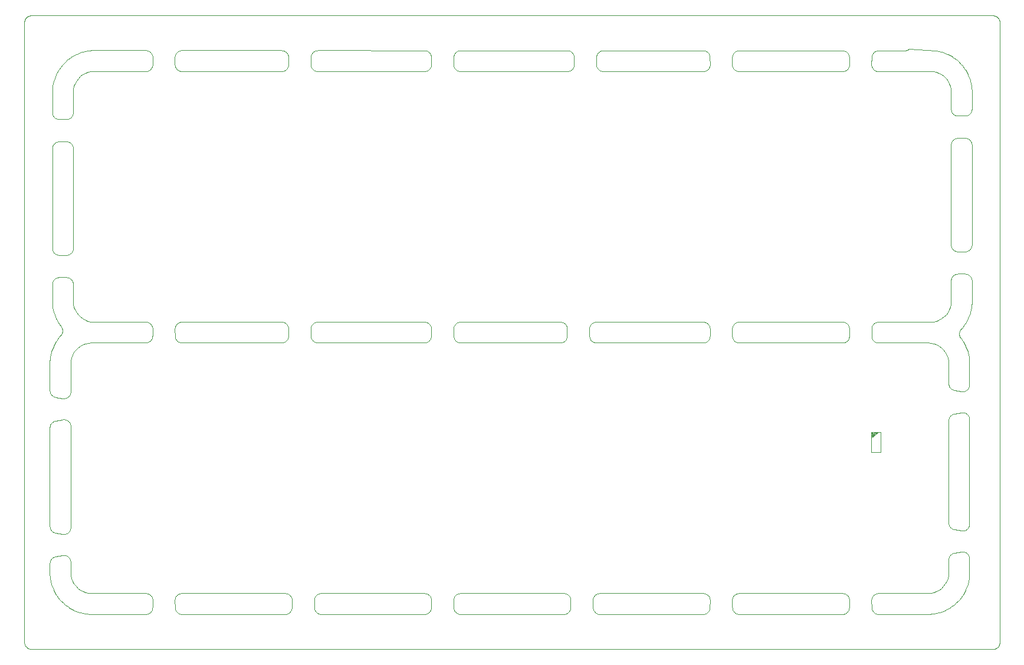
<source format=gko>
%MOIN*%
%OFA0B0*%
%FSLAX44Y44*%
%IPPOS*%
%LPD*%
%ADD10C,0*%
D10*
X00054724Y00000000D02*
X00054724Y00000000D01*
X00054735Y00000000D01*
X00054746Y00000000D01*
X00054758Y00000001D01*
X00054769Y00000002D01*
X00054780Y00000004D01*
X00054791Y00000005D01*
X00054802Y00000007D01*
X00054813Y00000010D01*
X00054824Y00000012D01*
X00054835Y00000015D01*
X00054846Y00000019D01*
X00054856Y00000022D01*
X00054867Y00000026D01*
X00054877Y00000031D01*
X00054887Y00000035D01*
X00054898Y00000040D01*
X00054908Y00000045D01*
X00054917Y00000050D01*
X00054927Y00000056D01*
X00054937Y00000062D01*
X00054946Y00000068D01*
X00054955Y00000075D01*
X00054964Y00000081D01*
X00054973Y00000088D01*
X00054982Y00000096D01*
X00054990Y00000103D01*
X00054998Y00000111D01*
X00055006Y00000119D01*
X00055014Y00000127D01*
X00055021Y00000135D01*
X00055029Y00000144D01*
X00055036Y00000153D01*
X00055042Y00000162D01*
X00055049Y00000171D01*
X00055055Y00000180D01*
X00055061Y00000190D01*
X00055067Y00000200D01*
X00055072Y00000209D01*
X00055077Y00000219D01*
X00055082Y00000230D01*
X00055087Y00000240D01*
X00055091Y00000250D01*
X00055095Y00000261D01*
X00055098Y00000272D01*
X00055102Y00000282D01*
X00055105Y00000293D01*
X00055107Y00000304D01*
X00055110Y00000315D01*
X00055112Y00000326D01*
X00055114Y00000337D01*
X00055115Y00000348D01*
X00055116Y00000360D01*
X00055117Y00000371D01*
X00055117Y00000382D01*
X00055118Y00000393D01*
X00055118Y00035433D01*
X00055117Y00035444D01*
X00055117Y00035455D01*
X00055116Y00035466D01*
X00055115Y00035477D01*
X00055114Y00035489D01*
X00055112Y00035500D01*
X00055110Y00035511D01*
X00055107Y00035522D01*
X00055105Y00035533D01*
X00055102Y00035543D01*
X00055098Y00035554D01*
X00055095Y00035565D01*
X00055091Y00035575D01*
X00055087Y00035586D01*
X00055082Y00035596D01*
X00055077Y00035606D01*
X00055072Y00035616D01*
X00055067Y00035626D01*
X00055061Y00035636D01*
X00055055Y00035645D01*
X00055049Y00035655D01*
X00055042Y00035664D01*
X00055036Y00035673D01*
X00055029Y00035682D01*
X00055021Y00035690D01*
X00055014Y00035699D01*
X00055006Y00035707D01*
X00054998Y00035715D01*
X00054990Y00035723D01*
X00054982Y00035730D01*
X00054973Y00035737D01*
X00054964Y00035744D01*
X00054955Y00035751D01*
X00054946Y00035758D01*
X00054937Y00035764D01*
X00054927Y00035770D01*
X00054917Y00035775D01*
X00054908Y00035781D01*
X00054898Y00035786D01*
X00054887Y00035791D01*
X00054877Y00035795D01*
X00054867Y00035799D01*
X00054856Y00035803D01*
X00054846Y00035807D01*
X00054835Y00035810D01*
X00054824Y00035813D01*
X00054813Y00035816D01*
X00054802Y00035818D01*
X00054791Y00035821D01*
X00054780Y00035822D01*
X00054769Y00035824D01*
X00054758Y00035825D01*
X00054746Y00035826D01*
X00054735Y00035826D01*
X00054724Y00035826D01*
X00000393Y00035826D01*
X00000382Y00035826D01*
X00000371Y00035826D01*
X00000360Y00035825D01*
X00000348Y00035824D01*
X00000337Y00035822D01*
X00000326Y00035821D01*
X00000315Y00035818D01*
X00000304Y00035816D01*
X00000293Y00035813D01*
X00000282Y00035810D01*
X00000272Y00035807D01*
X00000261Y00035803D01*
X00000250Y00035799D01*
X00000240Y00035795D01*
X00000230Y00035791D01*
X00000219Y00035786D01*
X00000209Y00035781D01*
X00000200Y00035775D01*
X00000190Y00035770D01*
X00000180Y00035764D01*
X00000171Y00035758D01*
X00000162Y00035751D01*
X00000153Y00035744D01*
X00000144Y00035737D01*
X00000135Y00035730D01*
X00000127Y00035723D01*
X00000119Y00035715D01*
X00000111Y00035707D01*
X00000103Y00035699D01*
X00000096Y00035690D01*
X00000088Y00035682D01*
X00000081Y00035673D01*
X00000075Y00035664D01*
X00000068Y00035655D01*
X00000062Y00035645D01*
X00000056Y00035636D01*
X00000050Y00035626D01*
X00000045Y00035616D01*
X00000040Y00035606D01*
X00000035Y00035596D01*
X00000031Y00035586D01*
X00000026Y00035575D01*
X00000022Y00035565D01*
X00000019Y00035554D01*
X00000015Y00035543D01*
X00000012Y00035533D01*
X00000010Y00035522D01*
X00000007Y00035511D01*
X00000005Y00035500D01*
X00000004Y00035489D01*
X00000002Y00035477D01*
X00000001Y00035466D01*
X00000000Y00035455D01*
X00000000Y00035444D01*
X00000000Y00035433D01*
X00000000Y00000393D01*
X00000000Y00000382D01*
X00000000Y00000371D01*
X00000001Y00000360D01*
X00000002Y00000348D01*
X00000004Y00000337D01*
X00000005Y00000326D01*
X00000007Y00000315D01*
X00000010Y00000304D01*
X00000012Y00000293D01*
X00000015Y00000282D01*
X00000019Y00000272D01*
X00000022Y00000261D01*
X00000026Y00000250D01*
X00000031Y00000240D01*
X00000035Y00000230D01*
X00000040Y00000219D01*
X00000045Y00000209D01*
X00000050Y00000200D01*
X00000056Y00000190D01*
X00000062Y00000180D01*
X00000068Y00000171D01*
X00000075Y00000162D01*
X00000081Y00000153D01*
X00000088Y00000144D01*
X00000096Y00000135D01*
X00000103Y00000127D01*
X00000111Y00000119D01*
X00000119Y00000111D01*
X00000127Y00000103D01*
X00000135Y00000096D01*
X00000144Y00000088D01*
X00000153Y00000081D01*
X00000162Y00000075D01*
X00000171Y00000068D01*
X00000180Y00000062D01*
X00000190Y00000056D01*
X00000200Y00000050D01*
X00000209Y00000045D01*
X00000219Y00000040D01*
X00000230Y00000035D01*
X00000240Y00000031D01*
X00000250Y00000026D01*
X00000261Y00000022D01*
X00000272Y00000019D01*
X00000282Y00000015D01*
X00000293Y00000012D01*
X00000304Y00000010D01*
X00000315Y00000007D01*
X00000326Y00000005D01*
X00000337Y00000004D01*
X00000348Y00000002D01*
X00000360Y00000001D01*
X00000371Y00000000D01*
X00000382Y00000000D01*
X00000393Y00000000D01*
X00054724Y00000000D01*
X00047982Y00012277D02*
X00047982Y00012277D01*
X00048061Y00012277D01*
X00047962Y00012257D01*
X00047864Y00012159D01*
X00048001Y00012218D01*
X00048061Y00012277D01*
X00048139Y00012277D01*
X00048001Y00012218D01*
X00047864Y00012080D01*
X00048041Y00012179D01*
X00048139Y00012277D01*
X00048218Y00012277D01*
X00048041Y00012179D01*
X00047864Y00012001D01*
X00048126Y00012185D01*
X00048218Y00012277D01*
X00048257Y00012277D01*
X00048126Y00012185D01*
X00047864Y00011923D01*
X00048257Y00012277D01*
X00048375Y00012277D01*
X00048375Y00011127D01*
X00047864Y00011127D01*
X00047864Y00012277D01*
X00047903Y00012277D01*
X00047864Y00012238D01*
X00047962Y00012257D01*
X00047982Y00012277D01*
X00053405Y00012989D02*
X00053405Y00012989D01*
X00053405Y00007088D01*
X00053404Y00007054D01*
X00053399Y00007020D01*
X00053392Y00006987D01*
X00053381Y00006954D01*
X00053368Y00006922D01*
X00053352Y00006892D01*
X00053334Y00006863D01*
X00053313Y00006836D01*
X00053290Y00006810D01*
X00053265Y00006787D01*
X00053238Y00006766D01*
X00053209Y00006748D01*
X00053178Y00006732D01*
X00053147Y00006719D01*
X00053114Y00006708D01*
X00053080Y00006701D01*
X00053047Y00006696D01*
X00053012Y00006695D01*
X00052978Y00006696D01*
X00052944Y00006700D01*
X00052550Y00006769D01*
X00052523Y00006774D01*
X00052497Y00006782D01*
X00052471Y00006791D01*
X00052446Y00006802D01*
X00052421Y00006815D01*
X00052398Y00006830D01*
X00052376Y00006846D01*
X00052355Y00006864D01*
X00052335Y00006883D01*
X00052316Y00006903D01*
X00052299Y00006925D01*
X00052284Y00006948D01*
X00052270Y00006971D01*
X00052258Y00006996D01*
X00052248Y00007022D01*
X00052239Y00007048D01*
X00052233Y00007075D01*
X00052228Y00007102D01*
X00052225Y00007129D01*
X00052224Y00007157D01*
X00052224Y00012921D01*
X00052225Y00012949D01*
X00052228Y00012976D01*
X00052233Y00013003D01*
X00052239Y00013030D01*
X00052248Y00013056D01*
X00052258Y00013082D01*
X00052270Y00013106D01*
X00052284Y00013130D01*
X00052299Y00013153D01*
X00052316Y00013175D01*
X00052335Y00013195D01*
X00052355Y00013214D01*
X00052376Y00013232D01*
X00052398Y00013248D01*
X00052421Y00013262D01*
X00052446Y00013275D01*
X00052471Y00013286D01*
X00052497Y00013296D01*
X00052523Y00013303D01*
X00052550Y00013309D01*
X00052944Y00013377D01*
X00052978Y00013382D01*
X00053012Y00013383D01*
X00053047Y00013382D01*
X00053080Y00013377D01*
X00053114Y00013370D01*
X00053147Y00013359D01*
X00053178Y00013346D01*
X00053209Y00013330D01*
X00053238Y00013312D01*
X00053265Y00013291D01*
X00053290Y00013268D01*
X00053313Y00013242D01*
X00053334Y00013215D01*
X00053352Y00013186D01*
X00053368Y00013156D01*
X00053381Y00013124D01*
X00053392Y00013091D01*
X00053399Y00013058D01*
X00053404Y00013024D01*
X00053405Y00012989D01*
X00051181Y00032667D02*
X00051181Y00032667D01*
X00048261Y00032667D01*
X00048230Y00032669D01*
X00048198Y00032672D01*
X00048168Y00032679D01*
X00048137Y00032687D01*
X00048108Y00032698D01*
X00048080Y00032712D01*
X00048052Y00032727D01*
X00048026Y00032745D01*
X00048002Y00032765D01*
X00047979Y00032787D01*
X00047958Y00032810D01*
X00047939Y00032835D01*
X00047922Y00032861D01*
X00047907Y00032889D01*
X00047894Y00032918D01*
X00047884Y00032948D01*
X00047876Y00032978D01*
X00047871Y00033009D01*
X00047868Y00033040D01*
X00047868Y00033072D01*
X00047878Y00033465D01*
X00047880Y00033496D01*
X00047884Y00033526D01*
X00047891Y00033555D01*
X00047900Y00033584D01*
X00047911Y00033613D01*
X00047924Y00033640D01*
X00047940Y00033666D01*
X00047957Y00033691D01*
X00047976Y00033715D01*
X00047997Y00033737D01*
X00048020Y00033757D01*
X00048044Y00033776D01*
X00048069Y00033792D01*
X00048096Y00033807D01*
X00048123Y00033820D01*
X00048152Y00033830D01*
X00048181Y00033838D01*
X00048211Y00033844D01*
X00048241Y00033847D01*
X00048272Y00033849D01*
X00049741Y00033848D01*
X00049752Y00033848D01*
X00049764Y00033849D01*
X00049775Y00033850D01*
X00049787Y00033851D01*
X00049798Y00033852D01*
X00049810Y00033854D01*
X00049821Y00033857D01*
X00049833Y00033859D01*
X00049844Y00033862D01*
X00049855Y00033865D01*
X00049866Y00033869D01*
X00049877Y00033873D01*
X00049888Y00033877D01*
X00049898Y00033881D01*
X00049909Y00033886D01*
X00049919Y00033891D01*
X00049930Y00033897D01*
X00049940Y00033902D01*
X00049950Y00033908D01*
X00049959Y00033915D01*
X00049969Y00033921D01*
X00049978Y00033928D01*
X00049988Y00033935D01*
X00049996Y00033943D01*
X00049999Y00033945D01*
X00050000Y00033945D01*
X00050000Y00033945D01*
X00050002Y00033945D01*
X00051503Y00033838D01*
X00051531Y00033834D01*
X00051833Y00033768D01*
X00051860Y00033760D01*
X00052150Y00033652D01*
X00052176Y00033640D01*
X00052447Y00033492D01*
X00052471Y00033477D01*
X00052718Y00033292D01*
X00052739Y00033273D01*
X00052958Y00033054D01*
X00052977Y00033033D01*
X00053162Y00032786D01*
X00053177Y00032762D01*
X00053325Y00032490D01*
X00053337Y00032465D01*
X00053445Y00032175D01*
X00053453Y00032148D01*
X00053519Y00031846D01*
X00053523Y00031818D01*
X00053542Y00031545D01*
X00053543Y00031531D01*
X00053543Y00030550D01*
X00053542Y00030519D01*
X00053538Y00030488D01*
X00053532Y00030458D01*
X00053524Y00030428D01*
X00053513Y00030399D01*
X00053500Y00030371D01*
X00053485Y00030344D01*
X00053468Y00030319D01*
X00053448Y00030294D01*
X00053427Y00030272D01*
X00053405Y00030251D01*
X00053381Y00030231D01*
X00053355Y00030214D01*
X00053328Y00030199D01*
X00053300Y00030186D01*
X00053271Y00030175D01*
X00053241Y00030167D01*
X00053211Y00030161D01*
X00053180Y00030157D01*
X00053149Y00030156D01*
X00052755Y00030156D01*
X00052725Y00030157D01*
X00052694Y00030161D01*
X00052663Y00030167D01*
X00052634Y00030175D01*
X00052605Y00030186D01*
X00052577Y00030199D01*
X00052550Y00030214D01*
X00052524Y00030231D01*
X00052500Y00030251D01*
X00052477Y00030272D01*
X00052456Y00030294D01*
X00052437Y00030319D01*
X00052420Y00030344D01*
X00052405Y00030371D01*
X00052392Y00030399D01*
X00052381Y00030428D01*
X00052373Y00030458D01*
X00052367Y00030488D01*
X00052363Y00030519D01*
X00052362Y00030550D01*
X00052362Y00031496D01*
X00052350Y00031664D01*
X00052314Y00031828D01*
X00052255Y00031986D01*
X00052174Y00032134D01*
X00052073Y00032269D01*
X00051954Y00032388D01*
X00051819Y00032489D01*
X00051671Y00032570D01*
X00051513Y00032629D01*
X00051349Y00032665D01*
X00051181Y00032677D01*
X00051181Y00032667D01*
X00051043Y00003158D02*
X00051043Y00003158D01*
X00051211Y00003170D01*
X00051376Y00003206D01*
X00051533Y00003264D01*
X00051681Y00003345D01*
X00051816Y00003446D01*
X00051935Y00003565D01*
X00052036Y00003700D01*
X00052117Y00003848D01*
X00052176Y00004006D01*
X00052212Y00004171D01*
X00052224Y00004339D01*
X00052224Y00005047D01*
X00052225Y00005075D01*
X00052228Y00005102D01*
X00052233Y00005129D01*
X00052239Y00005156D01*
X00052248Y00005182D01*
X00052258Y00005208D01*
X00052270Y00005232D01*
X00052284Y00005256D01*
X00052299Y00005279D01*
X00052316Y00005301D01*
X00052335Y00005321D01*
X00052355Y00005340D01*
X00052376Y00005358D01*
X00052398Y00005374D01*
X00052421Y00005388D01*
X00052446Y00005401D01*
X00052471Y00005412D01*
X00052497Y00005422D01*
X00052523Y00005429D01*
X00052550Y00005435D01*
X00052944Y00005503D01*
X00052978Y00005508D01*
X00053012Y00005509D01*
X00053047Y00005508D01*
X00053080Y00005503D01*
X00053114Y00005496D01*
X00053147Y00005485D01*
X00053178Y00005472D01*
X00053209Y00005456D01*
X00053238Y00005438D01*
X00053265Y00005417D01*
X00053290Y00005394D01*
X00053313Y00005368D01*
X00053334Y00005341D01*
X00053352Y00005312D01*
X00053368Y00005282D01*
X00053381Y00005250D01*
X00053392Y00005217D01*
X00053399Y00005184D01*
X00053404Y00005150D01*
X00053405Y00005115D01*
X00053405Y00004304D01*
X00053405Y00004290D01*
X00053385Y00004016D01*
X00053381Y00003989D01*
X00053315Y00003686D01*
X00053307Y00003659D01*
X00053199Y00003370D01*
X00053188Y00003344D01*
X00053039Y00003072D01*
X00053024Y00003049D01*
X00052839Y00002801D01*
X00052820Y00002780D01*
X00052602Y00002561D01*
X00052580Y00002543D01*
X00052333Y00002358D01*
X00052309Y00002342D01*
X00052038Y00002194D01*
X00052012Y00002182D01*
X00051722Y00002074D01*
X00051695Y00002066D01*
X00051393Y00002001D01*
X00051365Y00001997D01*
X00051092Y00001977D01*
X00051078Y00001977D01*
X00048271Y00001977D01*
X00048241Y00001978D01*
X00048211Y00001981D01*
X00048181Y00001987D01*
X00048152Y00001995D01*
X00048123Y00002006D01*
X00048095Y00002018D01*
X00048069Y00002033D01*
X00048043Y00002050D01*
X00048019Y00002068D01*
X00047997Y00002088D01*
X00047976Y00002111D01*
X00047956Y00002134D01*
X00047939Y00002159D01*
X00047924Y00002185D01*
X00047911Y00002213D01*
X00047900Y00002241D01*
X00047891Y00002270D01*
X00047884Y00002300D01*
X00047880Y00002330D01*
X00047878Y00002360D01*
X00047868Y00002754D01*
X00047868Y00002785D01*
X00047871Y00002817D01*
X00047877Y00002848D01*
X00047885Y00002878D01*
X00047895Y00002908D01*
X00047907Y00002937D01*
X00047922Y00002964D01*
X00047939Y00002991D01*
X00047958Y00003016D01*
X00047980Y00003039D01*
X00048002Y00003060D01*
X00048027Y00003080D01*
X00048053Y00003098D01*
X00048080Y00003113D01*
X00048108Y00003127D01*
X00048138Y00003138D01*
X00048168Y00003147D01*
X00048199Y00003153D01*
X00048230Y00003157D01*
X00048261Y00003158D01*
X00051043Y00003158D01*
X00001437Y00004850D02*
X00001437Y00004850D01*
X00001437Y00004878D01*
X00001440Y00004905D01*
X00001445Y00004932D01*
X00001452Y00004959D01*
X00001460Y00004985D01*
X00001471Y00005011D01*
X00001483Y00005035D01*
X00001497Y00005059D01*
X00001512Y00005082D01*
X00001529Y00005104D01*
X00001547Y00005124D01*
X00001567Y00005143D01*
X00001588Y00005161D01*
X00001611Y00005177D01*
X00001634Y00005192D01*
X00001658Y00005204D01*
X00001684Y00005216D01*
X00001709Y00005225D01*
X00001736Y00005233D01*
X00001763Y00005238D01*
X00002157Y00005306D01*
X00002191Y00005311D01*
X00002225Y00005312D01*
X00002259Y00005311D01*
X00002293Y00005306D01*
X00002327Y00005299D01*
X00002359Y00005288D01*
X00002391Y00005275D01*
X00002421Y00005259D01*
X00002450Y00005241D01*
X00002477Y00005220D01*
X00002503Y00005197D01*
X00002526Y00005171D01*
X00002547Y00005144D01*
X00002565Y00005115D01*
X00002581Y00005085D01*
X00002594Y00005053D01*
X00002604Y00005020D01*
X00002612Y00004987D01*
X00002616Y00004953D01*
X00002618Y00004919D01*
X00002618Y00004339D01*
X00002630Y00004171D01*
X00002665Y00004006D01*
X00002724Y00003848D01*
X00002805Y00003700D01*
X00002906Y00003565D01*
X00003025Y00003446D01*
X00003160Y00003345D01*
X00003308Y00003264D01*
X00003466Y00003206D01*
X00003631Y00003170D01*
X00003799Y00003158D01*
X00006856Y00003158D01*
X00006887Y00003157D01*
X00006918Y00003153D01*
X00006949Y00003147D01*
X00006979Y00003138D01*
X00007009Y00003127D01*
X00007037Y00003113D01*
X00007064Y00003098D01*
X00007090Y00003080D01*
X00007115Y00003060D01*
X00007138Y00003039D01*
X00007159Y00003016D01*
X00007178Y00002991D01*
X00007195Y00002964D01*
X00007210Y00002937D01*
X00007222Y00002908D01*
X00007233Y00002878D01*
X00007240Y00002848D01*
X00007246Y00002817D01*
X00007249Y00002785D01*
X00007249Y00002754D01*
X00007239Y00002360D01*
X00007237Y00002330D01*
X00007233Y00002300D01*
X00007226Y00002270D01*
X00007218Y00002241D01*
X00007206Y00002213D01*
X00007193Y00002185D01*
X00007178Y00002159D01*
X00007161Y00002134D01*
X00007141Y00002111D01*
X00007121Y00002088D01*
X00007098Y00002068D01*
X00007074Y00002050D01*
X00007048Y00002033D01*
X00007022Y00002018D01*
X00006994Y00002006D01*
X00006965Y00001995D01*
X00006936Y00001987D01*
X00006906Y00001981D01*
X00006876Y00001978D01*
X00006846Y00001977D01*
X00003764Y00001977D01*
X00003750Y00001977D01*
X00003476Y00001997D01*
X00003448Y00002001D01*
X00003146Y00002066D01*
X00003119Y00002074D01*
X00002829Y00002182D01*
X00002804Y00002194D01*
X00002532Y00002342D01*
X00002509Y00002358D01*
X00002261Y00002543D01*
X00002240Y00002561D01*
X00002021Y00002780D01*
X00002003Y00002801D01*
X00001817Y00003049D01*
X00001802Y00003072D01*
X00001654Y00003344D01*
X00001642Y00003370D01*
X00001534Y00003659D01*
X00001526Y00003686D01*
X00001461Y00003988D01*
X00001457Y00004016D01*
X00001437Y00004290D01*
X00001437Y00004304D01*
X00001437Y00004850D01*
X00001437Y00012527D02*
X00001437Y00012527D01*
X00001437Y00012555D01*
X00001440Y00012582D01*
X00001445Y00012609D01*
X00001452Y00012636D01*
X00001460Y00012662D01*
X00001471Y00012688D01*
X00001483Y00012713D01*
X00001497Y00012736D01*
X00001512Y00012759D01*
X00001529Y00012781D01*
X00001547Y00012801D01*
X00001567Y00012820D01*
X00001588Y00012838D01*
X00001611Y00012854D01*
X00001634Y00012869D01*
X00001658Y00012882D01*
X00001684Y00012893D01*
X00001709Y00012902D01*
X00001736Y00012910D01*
X00001763Y00012915D01*
X00002157Y00012984D01*
X00002191Y00012988D01*
X00002225Y00012989D01*
X00002259Y00012988D01*
X00002293Y00012983D01*
X00002327Y00012976D01*
X00002359Y00012965D01*
X00002391Y00012952D01*
X00002421Y00012936D01*
X00002450Y00012918D01*
X00002477Y00012897D01*
X00002503Y00012874D01*
X00002526Y00012849D01*
X00002547Y00012821D01*
X00002565Y00012792D01*
X00002581Y00012762D01*
X00002594Y00012730D01*
X00002604Y00012698D01*
X00002612Y00012664D01*
X00002616Y00012630D01*
X00002618Y00012596D01*
X00002618Y00006891D01*
X00002616Y00006857D01*
X00002612Y00006823D01*
X00002604Y00006790D01*
X00002594Y00006757D01*
X00002581Y00006725D01*
X00002565Y00006695D01*
X00002547Y00006666D01*
X00002526Y00006639D01*
X00002503Y00006613D01*
X00002477Y00006590D01*
X00002450Y00006569D01*
X00002421Y00006551D01*
X00002391Y00006535D01*
X00002359Y00006522D01*
X00002327Y00006511D01*
X00002293Y00006504D01*
X00002259Y00006499D01*
X00002225Y00006498D01*
X00002191Y00006499D01*
X00002157Y00006504D01*
X00001763Y00006572D01*
X00001736Y00006578D01*
X00001709Y00006585D01*
X00001684Y00006594D01*
X00001658Y00006606D01*
X00001634Y00006618D01*
X00001611Y00006633D01*
X00001588Y00006649D01*
X00001567Y00006667D01*
X00001547Y00006686D01*
X00001529Y00006706D01*
X00001512Y00006728D01*
X00001497Y00006751D01*
X00001483Y00006775D01*
X00001471Y00006799D01*
X00001460Y00006825D01*
X00001452Y00006851D01*
X00001445Y00006878D01*
X00001440Y00006905D01*
X00001437Y00006932D01*
X00001437Y00006960D01*
X00001437Y00012527D01*
X00014730Y00003158D02*
X00014730Y00003158D01*
X00014761Y00003157D01*
X00014792Y00003153D01*
X00014823Y00003147D01*
X00014853Y00003138D01*
X00014883Y00003127D01*
X00014911Y00003113D01*
X00014938Y00003098D01*
X00014964Y00003080D01*
X00014989Y00003060D01*
X00015012Y00003039D01*
X00015033Y00003016D01*
X00015052Y00002991D01*
X00015069Y00002964D01*
X00015084Y00002937D01*
X00015096Y00002908D01*
X00015107Y00002878D01*
X00015114Y00002848D01*
X00015120Y00002817D01*
X00015123Y00002785D01*
X00015123Y00002754D01*
X00015113Y00002360D01*
X00015111Y00002330D01*
X00015107Y00002300D01*
X00015100Y00002270D01*
X00015092Y00002241D01*
X00015081Y00002213D01*
X00015067Y00002185D01*
X00015052Y00002159D01*
X00015035Y00002134D01*
X00015015Y00002111D01*
X00014995Y00002088D01*
X00014972Y00002068D01*
X00014948Y00002050D01*
X00014922Y00002033D01*
X00014896Y00002018D01*
X00014868Y00002006D01*
X00014839Y00001995D01*
X00014810Y00001987D01*
X00014780Y00001981D01*
X00014750Y00001978D01*
X00014720Y00001977D01*
X00008901Y00001977D01*
X00008871Y00001978D01*
X00008841Y00001981D01*
X00008811Y00001987D01*
X00008782Y00001995D01*
X00008753Y00002006D01*
X00008725Y00002018D01*
X00008699Y00002033D01*
X00008673Y00002050D01*
X00008649Y00002068D01*
X00008626Y00002088D01*
X00008606Y00002111D01*
X00008586Y00002134D01*
X00008569Y00002159D01*
X00008554Y00002185D01*
X00008541Y00002213D01*
X00008529Y00002241D01*
X00008521Y00002270D01*
X00008514Y00002300D01*
X00008510Y00002330D01*
X00008508Y00002360D01*
X00008498Y00002754D01*
X00008498Y00002785D01*
X00008501Y00002817D01*
X00008507Y00002848D01*
X00008515Y00002878D01*
X00008525Y00002908D01*
X00008537Y00002937D01*
X00008552Y00002964D01*
X00008569Y00002991D01*
X00008588Y00003016D01*
X00008609Y00003039D01*
X00008632Y00003060D01*
X00008657Y00003080D01*
X00008683Y00003098D01*
X00008710Y00003113D01*
X00008738Y00003127D01*
X00008768Y00003138D01*
X00008798Y00003147D01*
X00008829Y00003153D01*
X00008860Y00003157D01*
X00008891Y00003158D01*
X00014730Y00003158D01*
X00022604Y00003158D02*
X00022604Y00003158D01*
X00022635Y00003157D01*
X00022666Y00003153D01*
X00022697Y00003147D01*
X00022727Y00003138D01*
X00022757Y00003127D01*
X00022785Y00003113D01*
X00022812Y00003098D01*
X00022838Y00003080D01*
X00022863Y00003060D01*
X00022886Y00003039D01*
X00022907Y00003016D01*
X00022926Y00002991D01*
X00022943Y00002964D01*
X00022958Y00002937D01*
X00022970Y00002908D01*
X00022981Y00002878D01*
X00022988Y00002848D01*
X00022994Y00002817D01*
X00022997Y00002785D01*
X00022997Y00002754D01*
X00022987Y00002360D01*
X00022985Y00002330D01*
X00022981Y00002300D01*
X00022974Y00002270D01*
X00022966Y00002241D01*
X00022955Y00002213D01*
X00022941Y00002185D01*
X00022926Y00002159D01*
X00022909Y00002134D01*
X00022890Y00002111D01*
X00022869Y00002088D01*
X00022846Y00002068D01*
X00022822Y00002050D01*
X00022796Y00002033D01*
X00022770Y00002018D01*
X00022742Y00002006D01*
X00022713Y00001995D01*
X00022684Y00001987D01*
X00022654Y00001981D01*
X00022624Y00001978D01*
X00022594Y00001977D01*
X00016775Y00001977D01*
X00016745Y00001978D01*
X00016715Y00001981D01*
X00016685Y00001987D01*
X00016656Y00001995D01*
X00016627Y00002006D01*
X00016599Y00002018D01*
X00016573Y00002033D01*
X00016547Y00002050D01*
X00016523Y00002068D01*
X00016501Y00002088D01*
X00016480Y00002111D01*
X00016460Y00002134D01*
X00016443Y00002159D01*
X00016428Y00002185D01*
X00016415Y00002213D01*
X00016403Y00002241D01*
X00016395Y00002270D01*
X00016388Y00002300D01*
X00016384Y00002330D01*
X00016382Y00002360D01*
X00016372Y00002754D01*
X00016372Y00002785D01*
X00016375Y00002817D01*
X00016381Y00002848D01*
X00016389Y00002878D01*
X00016399Y00002908D01*
X00016411Y00002937D01*
X00016426Y00002964D01*
X00016443Y00002991D01*
X00016462Y00003016D01*
X00016483Y00003039D01*
X00016506Y00003060D01*
X00016531Y00003080D01*
X00016557Y00003098D01*
X00016584Y00003113D01*
X00016612Y00003127D01*
X00016642Y00003138D01*
X00016672Y00003147D01*
X00016703Y00003153D01*
X00016734Y00003157D01*
X00016765Y00003158D01*
X00022604Y00003158D01*
X00030478Y00003158D02*
X00030478Y00003158D01*
X00030509Y00003157D01*
X00030540Y00003153D01*
X00030571Y00003147D01*
X00030601Y00003138D01*
X00030631Y00003127D01*
X00030659Y00003113D01*
X00030686Y00003098D01*
X00030712Y00003080D01*
X00030737Y00003060D01*
X00030760Y00003039D01*
X00030781Y00003016D01*
X00030800Y00002991D01*
X00030817Y00002964D01*
X00030832Y00002937D01*
X00030844Y00002908D01*
X00030855Y00002878D01*
X00030862Y00002848D01*
X00030868Y00002817D01*
X00030871Y00002785D01*
X00030871Y00002754D01*
X00030861Y00002360D01*
X00030859Y00002330D01*
X00030855Y00002300D01*
X00030848Y00002270D01*
X00030840Y00002241D01*
X00030829Y00002213D01*
X00030815Y00002185D01*
X00030800Y00002159D01*
X00030783Y00002134D01*
X00030764Y00002111D01*
X00030743Y00002088D01*
X00030720Y00002068D01*
X00030696Y00002050D01*
X00030670Y00002033D01*
X00030644Y00002018D01*
X00030616Y00002006D01*
X00030588Y00001995D01*
X00030558Y00001987D01*
X00030528Y00001981D01*
X00030498Y00001978D01*
X00030468Y00001977D01*
X00024649Y00001977D01*
X00024619Y00001978D01*
X00024589Y00001981D01*
X00024559Y00001987D01*
X00024530Y00001995D01*
X00024501Y00002006D01*
X00024473Y00002018D01*
X00024447Y00002033D01*
X00024421Y00002050D01*
X00024397Y00002068D01*
X00024375Y00002088D01*
X00024354Y00002111D01*
X00024334Y00002134D01*
X00024317Y00002159D01*
X00024302Y00002185D01*
X00024289Y00002213D01*
X00024277Y00002241D01*
X00024269Y00002270D01*
X00024262Y00002300D01*
X00024258Y00002330D01*
X00024256Y00002360D01*
X00024246Y00002754D01*
X00024246Y00002785D01*
X00024249Y00002817D01*
X00024255Y00002848D01*
X00024263Y00002878D01*
X00024273Y00002908D01*
X00024285Y00002937D01*
X00024300Y00002964D01*
X00024317Y00002991D01*
X00024336Y00003016D01*
X00024357Y00003039D01*
X00024380Y00003060D01*
X00024405Y00003080D01*
X00024431Y00003098D01*
X00024458Y00003113D01*
X00024486Y00003127D01*
X00024516Y00003138D01*
X00024546Y00003147D01*
X00024577Y00003153D01*
X00024608Y00003157D01*
X00024639Y00003158D01*
X00030478Y00003158D01*
X00038352Y00003158D02*
X00038352Y00003158D01*
X00038383Y00003157D01*
X00038414Y00003153D01*
X00038445Y00003147D01*
X00038475Y00003138D01*
X00038505Y00003127D01*
X00038533Y00003113D01*
X00038560Y00003098D01*
X00038586Y00003080D01*
X00038611Y00003060D01*
X00038634Y00003039D01*
X00038655Y00003016D01*
X00038674Y00002991D01*
X00038691Y00002964D01*
X00038706Y00002937D01*
X00038718Y00002908D01*
X00038729Y00002878D01*
X00038736Y00002848D01*
X00038742Y00002817D01*
X00038745Y00002785D01*
X00038745Y00002754D01*
X00038735Y00002360D01*
X00038733Y00002330D01*
X00038729Y00002300D01*
X00038723Y00002270D01*
X00038714Y00002241D01*
X00038703Y00002213D01*
X00038689Y00002185D01*
X00038674Y00002159D01*
X00038657Y00002134D01*
X00038638Y00002111D01*
X00038617Y00002088D01*
X00038594Y00002068D01*
X00038570Y00002050D01*
X00038544Y00002033D01*
X00038518Y00002018D01*
X00038490Y00002006D01*
X00038462Y00001995D01*
X00038432Y00001987D01*
X00038402Y00001981D01*
X00038372Y00001978D01*
X00038342Y00001977D01*
X00032523Y00001977D01*
X00032493Y00001978D01*
X00032463Y00001981D01*
X00032433Y00001987D01*
X00032404Y00001995D01*
X00032375Y00002006D01*
X00032347Y00002018D01*
X00032321Y00002033D01*
X00032295Y00002050D01*
X00032271Y00002068D01*
X00032249Y00002088D01*
X00032228Y00002111D01*
X00032208Y00002134D01*
X00032191Y00002159D01*
X00032176Y00002185D01*
X00032163Y00002213D01*
X00032151Y00002241D01*
X00032143Y00002270D01*
X00032136Y00002300D01*
X00032132Y00002330D01*
X00032130Y00002360D01*
X00032120Y00002754D01*
X00032120Y00002785D01*
X00032123Y00002817D01*
X00032129Y00002848D01*
X00032137Y00002878D01*
X00032147Y00002908D01*
X00032159Y00002937D01*
X00032174Y00002964D01*
X00032191Y00002991D01*
X00032210Y00003016D01*
X00032231Y00003039D01*
X00032254Y00003060D01*
X00032279Y00003080D01*
X00032305Y00003098D01*
X00032332Y00003113D01*
X00032360Y00003127D01*
X00032390Y00003138D01*
X00032420Y00003147D01*
X00032451Y00003153D01*
X00032482Y00003157D01*
X00032513Y00003158D01*
X00038352Y00003158D01*
X00046226Y00003158D02*
X00046226Y00003158D01*
X00046257Y00003157D01*
X00046288Y00003153D01*
X00046319Y00003147D01*
X00046349Y00003138D01*
X00046379Y00003127D01*
X00046407Y00003113D01*
X00046434Y00003098D01*
X00046460Y00003080D01*
X00046485Y00003060D01*
X00046508Y00003039D01*
X00046529Y00003016D01*
X00046548Y00002991D01*
X00046565Y00002964D01*
X00046580Y00002937D01*
X00046592Y00002908D01*
X00046603Y00002878D01*
X00046610Y00002848D01*
X00046616Y00002817D01*
X00046619Y00002785D01*
X00046619Y00002754D01*
X00046609Y00002360D01*
X00046607Y00002330D01*
X00046603Y00002300D01*
X00046597Y00002270D01*
X00046588Y00002241D01*
X00046577Y00002213D01*
X00046563Y00002185D01*
X00046548Y00002159D01*
X00046531Y00002134D01*
X00046512Y00002111D01*
X00046491Y00002088D01*
X00046468Y00002068D01*
X00046444Y00002050D01*
X00046418Y00002033D01*
X00046392Y00002018D01*
X00046364Y00002006D01*
X00046336Y00001995D01*
X00046306Y00001987D01*
X00046276Y00001981D01*
X00046246Y00001978D01*
X00046216Y00001977D01*
X00040397Y00001977D01*
X00040367Y00001978D01*
X00040337Y00001981D01*
X00040307Y00001987D01*
X00040278Y00001995D01*
X00040249Y00002006D01*
X00040221Y00002018D01*
X00040195Y00002033D01*
X00040169Y00002050D01*
X00040145Y00002068D01*
X00040123Y00002088D01*
X00040102Y00002111D01*
X00040082Y00002134D01*
X00040065Y00002159D01*
X00040050Y00002185D01*
X00040037Y00002213D01*
X00040026Y00002241D01*
X00040017Y00002270D01*
X00040010Y00002300D01*
X00040006Y00002330D01*
X00040004Y00002360D01*
X00039994Y00002754D01*
X00039994Y00002785D01*
X00039997Y00002817D01*
X00040003Y00002848D01*
X00040011Y00002878D01*
X00040021Y00002908D01*
X00040033Y00002937D01*
X00040048Y00002964D01*
X00040065Y00002991D01*
X00040084Y00003016D01*
X00040105Y00003039D01*
X00040128Y00003060D01*
X00040153Y00003080D01*
X00040179Y00003098D01*
X00040206Y00003113D01*
X00040234Y00003127D01*
X00040264Y00003138D01*
X00040294Y00003147D01*
X00040325Y00003153D01*
X00040356Y00003157D01*
X00040387Y00003158D01*
X00046226Y00003158D01*
X00052362Y00020827D02*
X00052362Y00020827D01*
X00052363Y00020858D01*
X00052367Y00020889D01*
X00052373Y00020919D01*
X00052381Y00020949D01*
X00052392Y00020978D01*
X00052405Y00021006D01*
X00052420Y00021033D01*
X00052437Y00021058D01*
X00052456Y00021083D01*
X00052477Y00021105D01*
X00052500Y00021126D01*
X00052524Y00021146D01*
X00052550Y00021163D01*
X00052577Y00021178D01*
X00052605Y00021191D01*
X00052634Y00021201D01*
X00052663Y00021210D01*
X00052694Y00021216D01*
X00052725Y00021220D01*
X00052755Y00021221D01*
X00053149Y00021221D01*
X00053180Y00021220D01*
X00053211Y00021216D01*
X00053241Y00021210D01*
X00053271Y00021201D01*
X00053300Y00021191D01*
X00053328Y00021178D01*
X00053355Y00021163D01*
X00053381Y00021146D01*
X00053405Y00021126D01*
X00053427Y00021105D01*
X00053448Y00021083D01*
X00053468Y00021058D01*
X00053485Y00021033D01*
X00053500Y00021006D01*
X00053513Y00020978D01*
X00053524Y00020949D01*
X00053532Y00020919D01*
X00053538Y00020889D01*
X00053542Y00020858D01*
X00053543Y00020827D01*
X00053543Y00019649D01*
X00053542Y00019635D01*
X00053523Y00019362D01*
X00053519Y00019334D01*
X00053453Y00019032D01*
X00053445Y00019005D01*
X00053337Y00018715D01*
X00053325Y00018690D01*
X00053177Y00018418D01*
X00053162Y00018395D01*
X00052977Y00018147D01*
X00052958Y00018126D01*
X00052944Y00018111D01*
X00052936Y00018103D01*
X00052928Y00018095D01*
X00052921Y00018086D01*
X00052914Y00018077D01*
X00052907Y00018069D01*
X00052900Y00018059D01*
X00052894Y00018050D01*
X00052888Y00018041D01*
X00052882Y00018031D01*
X00052876Y00018021D01*
X00052871Y00018011D01*
X00052866Y00018001D01*
X00052861Y00017991D01*
X00052857Y00017981D01*
X00052853Y00017970D01*
X00052849Y00017960D01*
X00052846Y00017949D01*
X00052843Y00017938D01*
X00052840Y00017927D01*
X00052837Y00017916D01*
X00052835Y00017905D01*
X00052833Y00017894D01*
X00052831Y00017883D01*
X00052830Y00017872D01*
X00052829Y00017861D01*
X00052829Y00017849D01*
X00052828Y00017838D01*
X00052828Y00017827D01*
X00052829Y00017816D01*
X00052829Y00017805D01*
X00052830Y00017793D01*
X00052831Y00017782D01*
X00052833Y00017771D01*
X00052835Y00017760D01*
X00052837Y00017749D01*
X00052840Y00017738D01*
X00052843Y00017727D01*
X00052846Y00017716D01*
X00052849Y00017706D01*
X00052853Y00017695D01*
X00052857Y00017685D01*
X00052861Y00017674D01*
X00052866Y00017664D01*
X00052871Y00017654D01*
X00052876Y00017644D01*
X00052882Y00017634D01*
X00052888Y00017625D01*
X00052894Y00017615D01*
X00052900Y00017606D01*
X00052907Y00017597D01*
X00053024Y00017440D01*
X00053039Y00017416D01*
X00053188Y00017145D01*
X00053199Y00017119D01*
X00053307Y00016829D01*
X00053315Y00016803D01*
X00053381Y00016500D01*
X00053385Y00016472D01*
X00053405Y00016199D01*
X00053405Y00016185D01*
X00053405Y00014962D01*
X00053404Y00014928D01*
X00053399Y00014894D01*
X00053392Y00014861D01*
X00053381Y00014828D01*
X00053368Y00014796D01*
X00053352Y00014766D01*
X00053334Y00014737D01*
X00053313Y00014710D01*
X00053290Y00014684D01*
X00053265Y00014661D01*
X00053238Y00014640D01*
X00053209Y00014622D01*
X00053178Y00014606D01*
X00053147Y00014593D01*
X00053114Y00014582D01*
X00053080Y00014575D01*
X00053047Y00014570D01*
X00053012Y00014569D01*
X00052978Y00014570D01*
X00052944Y00014574D01*
X00052550Y00014643D01*
X00052523Y00014648D01*
X00052497Y00014656D01*
X00052471Y00014665D01*
X00052446Y00014676D01*
X00052421Y00014689D01*
X00052398Y00014704D01*
X00052376Y00014720D01*
X00052355Y00014738D01*
X00052335Y00014757D01*
X00052316Y00014777D01*
X00052299Y00014799D01*
X00052284Y00014822D01*
X00052270Y00014845D01*
X00052258Y00014870D01*
X00052248Y00014896D01*
X00052239Y00014922D01*
X00052233Y00014949D01*
X00052228Y00014976D01*
X00052225Y00015003D01*
X00052224Y00015031D01*
X00052224Y00016150D01*
X00052212Y00016318D01*
X00052176Y00016483D01*
X00052117Y00016641D01*
X00052036Y00016788D01*
X00051935Y00016923D01*
X00051816Y00017043D01*
X00051681Y00017144D01*
X00051533Y00017224D01*
X00051376Y00017283D01*
X00051211Y00017319D01*
X00051043Y00017331D01*
X00051043Y00017321D01*
X00048266Y00017322D01*
X00048235Y00017323D01*
X00048205Y00017327D01*
X00048174Y00017333D01*
X00048144Y00017341D01*
X00048115Y00017352D01*
X00048087Y00017365D01*
X00048060Y00017380D01*
X00048035Y00017397D01*
X00048010Y00017416D01*
X00047988Y00017437D01*
X00047967Y00017460D01*
X00047948Y00017484D01*
X00047930Y00017510D01*
X00047915Y00017537D01*
X00047902Y00017565D01*
X00047892Y00017594D01*
X00047883Y00017624D01*
X00047877Y00017654D01*
X00047874Y00017685D01*
X00047872Y00017716D01*
X00047873Y00018110D01*
X00047874Y00018141D01*
X00047878Y00018172D01*
X00047884Y00018202D01*
X00047892Y00018232D01*
X00047903Y00018261D01*
X00047916Y00018289D01*
X00047931Y00018316D01*
X00047948Y00018341D01*
X00047967Y00018366D01*
X00047988Y00018388D01*
X00048011Y00018409D01*
X00048035Y00018428D01*
X00048061Y00018445D01*
X00048088Y00018461D01*
X00048116Y00018473D01*
X00048145Y00018484D01*
X00048175Y00018493D01*
X00048205Y00018499D01*
X00048236Y00018502D01*
X00048266Y00018503D01*
X00051181Y00018503D01*
X00051349Y00018515D01*
X00051513Y00018551D01*
X00051671Y00018610D01*
X00051819Y00018691D01*
X00051954Y00018792D01*
X00052073Y00018911D01*
X00052174Y00019046D01*
X00052255Y00019194D01*
X00052314Y00019352D01*
X00052350Y00019516D01*
X00052362Y00019685D01*
X00052362Y00020827D01*
X00052362Y00028504D02*
X00052362Y00028504D01*
X00052363Y00028535D01*
X00052367Y00028566D01*
X00052373Y00028596D01*
X00052381Y00028626D01*
X00052392Y00028655D01*
X00052405Y00028683D01*
X00052420Y00028710D01*
X00052437Y00028736D01*
X00052456Y00028760D01*
X00052477Y00028783D01*
X00052500Y00028804D01*
X00052524Y00028823D01*
X00052550Y00028840D01*
X00052577Y00028855D01*
X00052605Y00028868D01*
X00052634Y00028879D01*
X00052663Y00028887D01*
X00052694Y00028893D01*
X00052725Y00028897D01*
X00052755Y00028898D01*
X00053149Y00028898D01*
X00053180Y00028897D01*
X00053211Y00028893D01*
X00053241Y00028887D01*
X00053271Y00028879D01*
X00053300Y00028868D01*
X00053328Y00028855D01*
X00053355Y00028840D01*
X00053381Y00028823D01*
X00053405Y00028804D01*
X00053427Y00028783D01*
X00053448Y00028760D01*
X00053468Y00028736D01*
X00053485Y00028710D01*
X00053500Y00028683D01*
X00053513Y00028655D01*
X00053524Y00028626D01*
X00053532Y00028596D01*
X00053538Y00028566D01*
X00053542Y00028535D01*
X00053543Y00028504D01*
X00053543Y00022873D01*
X00053542Y00022842D01*
X00053538Y00022811D01*
X00053532Y00022781D01*
X00053524Y00022751D01*
X00053513Y00022722D01*
X00053500Y00022694D01*
X00053485Y00022667D01*
X00053468Y00022641D01*
X00053448Y00022617D01*
X00053427Y00022594D01*
X00053405Y00022573D01*
X00053381Y00022554D01*
X00053355Y00022537D01*
X00053328Y00022522D01*
X00053300Y00022509D01*
X00053271Y00022498D01*
X00053241Y00022490D01*
X00053211Y00022484D01*
X00053180Y00022480D01*
X00053149Y00022479D01*
X00052755Y00022479D01*
X00052725Y00022480D01*
X00052694Y00022484D01*
X00052663Y00022490D01*
X00052634Y00022498D01*
X00052605Y00022509D01*
X00052577Y00022522D01*
X00052550Y00022537D01*
X00052524Y00022554D01*
X00052500Y00022573D01*
X00052477Y00022594D01*
X00052456Y00022617D01*
X00052437Y00022641D01*
X00052420Y00022667D01*
X00052405Y00022694D01*
X00052392Y00022722D01*
X00052381Y00022751D01*
X00052373Y00022781D01*
X00052367Y00022811D01*
X00052363Y00022842D01*
X00052362Y00022873D01*
X00052362Y00028504D01*
X00040388Y00032669D02*
X00040388Y00032669D01*
X00040357Y00032670D01*
X00040326Y00032674D01*
X00040295Y00032680D01*
X00040265Y00032689D01*
X00040235Y00032700D01*
X00040207Y00032713D01*
X00040180Y00032729D01*
X00040154Y00032746D01*
X00040129Y00032766D01*
X00040107Y00032787D01*
X00040086Y00032811D01*
X00040067Y00032836D01*
X00040050Y00032862D01*
X00040035Y00032889D01*
X00040022Y00032918D01*
X00040012Y00032948D01*
X00040004Y00032978D01*
X00039998Y00033009D01*
X00039995Y00033040D01*
X00039994Y00033071D01*
X00040003Y00033465D01*
X00040005Y00033496D01*
X00040009Y00033526D01*
X00040016Y00033555D01*
X00040024Y00033585D01*
X00040036Y00033613D01*
X00040049Y00033641D01*
X00040064Y00033667D01*
X00040081Y00033692D01*
X00040100Y00033716D01*
X00040121Y00033738D01*
X00040144Y00033758D01*
X00040168Y00033777D01*
X00040194Y00033794D01*
X00040220Y00033808D01*
X00040248Y00033821D01*
X00040277Y00033831D01*
X00040306Y00033840D01*
X00040336Y00033845D01*
X00040366Y00033849D01*
X00040397Y00033850D01*
X00046216Y00033849D01*
X00046246Y00033848D01*
X00046276Y00033844D01*
X00046306Y00033838D01*
X00046335Y00033830D01*
X00046364Y00033820D01*
X00046392Y00033807D01*
X00046418Y00033793D01*
X00046444Y00033776D01*
X00046468Y00033758D01*
X00046490Y00033737D01*
X00046511Y00033715D01*
X00046530Y00033692D01*
X00046548Y00033667D01*
X00046563Y00033640D01*
X00046576Y00033613D01*
X00046587Y00033585D01*
X00046596Y00033556D01*
X00046603Y00033526D01*
X00046607Y00033496D01*
X00046609Y00033466D01*
X00046620Y00033072D01*
X00046619Y00033040D01*
X00046616Y00033009D01*
X00046611Y00032978D01*
X00046603Y00032948D01*
X00046593Y00032918D01*
X00046580Y00032889D01*
X00046565Y00032862D01*
X00046548Y00032835D01*
X00046529Y00032810D01*
X00046508Y00032787D01*
X00046485Y00032765D01*
X00046461Y00032745D01*
X00046435Y00032728D01*
X00046407Y00032712D01*
X00046379Y00032699D01*
X00046350Y00032688D01*
X00046319Y00032679D01*
X00046288Y00032673D01*
X00046257Y00032669D01*
X00046226Y00032668D01*
X00040388Y00032669D01*
X00032712Y00032671D02*
X00032712Y00032671D01*
X00032681Y00032672D01*
X00032650Y00032676D01*
X00032619Y00032682D01*
X00032589Y00032690D01*
X00032560Y00032701D01*
X00032531Y00032715D01*
X00032504Y00032730D01*
X00032478Y00032747D01*
X00032454Y00032767D01*
X00032431Y00032788D01*
X00032410Y00032812D01*
X00032391Y00032836D01*
X00032374Y00032862D01*
X00032359Y00032890D01*
X00032346Y00032918D01*
X00032336Y00032948D01*
X00032328Y00032978D01*
X00032322Y00033009D01*
X00032319Y00033040D01*
X00032318Y00033071D01*
X00032325Y00033465D01*
X00032327Y00033495D01*
X00032331Y00033526D01*
X00032337Y00033556D01*
X00032346Y00033585D01*
X00032357Y00033613D01*
X00032370Y00033641D01*
X00032385Y00033668D01*
X00032403Y00033693D01*
X00032422Y00033717D01*
X00032443Y00033739D01*
X00032465Y00033759D01*
X00032489Y00033778D01*
X00032515Y00033795D01*
X00032542Y00033810D01*
X00032570Y00033822D01*
X00032598Y00033833D01*
X00032628Y00033841D01*
X00032658Y00033847D01*
X00032688Y00033851D01*
X00032719Y00033852D01*
X00038343Y00033851D01*
X00038373Y00033849D01*
X00038403Y00033846D01*
X00038433Y00033840D01*
X00038463Y00033832D01*
X00038491Y00033821D01*
X00038519Y00033809D01*
X00038546Y00033794D01*
X00038571Y00033777D01*
X00038595Y00033759D01*
X00038618Y00033738D01*
X00038639Y00033716D01*
X00038658Y00033692D01*
X00038675Y00033667D01*
X00038691Y00033641D01*
X00038704Y00033613D01*
X00038715Y00033585D01*
X00038724Y00033556D01*
X00038730Y00033526D01*
X00038734Y00033496D01*
X00038736Y00033465D01*
X00038745Y00033072D01*
X00038744Y00033040D01*
X00038741Y00033009D01*
X00038735Y00032978D01*
X00038727Y00032948D01*
X00038717Y00032918D01*
X00038704Y00032890D01*
X00038689Y00032862D01*
X00038672Y00032836D01*
X00038653Y00032811D01*
X00038632Y00032788D01*
X00038610Y00032766D01*
X00038585Y00032747D01*
X00038559Y00032729D01*
X00038532Y00032714D01*
X00038504Y00032700D01*
X00038474Y00032689D01*
X00038444Y00032681D01*
X00038413Y00032674D01*
X00038382Y00032671D01*
X00038351Y00032669D01*
X00032712Y00032671D01*
X00024642Y00032672D02*
X00024642Y00032672D01*
X00024611Y00032674D01*
X00024580Y00032677D01*
X00024549Y00032683D01*
X00024519Y00032692D01*
X00024490Y00032703D01*
X00024462Y00032716D01*
X00024435Y00032731D01*
X00024409Y00032749D01*
X00024385Y00032768D01*
X00024362Y00032789D01*
X00024341Y00032812D01*
X00024322Y00032837D01*
X00024305Y00032863D01*
X00024290Y00032890D01*
X00024277Y00032919D01*
X00024266Y00032948D01*
X00024258Y00032978D01*
X00024252Y00033009D01*
X00024249Y00033040D01*
X00024248Y00033071D01*
X00024253Y00033465D01*
X00024255Y00033495D01*
X00024259Y00033526D01*
X00024265Y00033556D01*
X00024274Y00033585D01*
X00024284Y00033614D01*
X00024298Y00033642D01*
X00024313Y00033668D01*
X00024330Y00033694D01*
X00024349Y00033717D01*
X00024370Y00033740D01*
X00024393Y00033761D01*
X00024417Y00033779D01*
X00024443Y00033796D01*
X00024469Y00033811D01*
X00024497Y00033824D01*
X00024526Y00033835D01*
X00024556Y00033843D01*
X00024586Y00033849D01*
X00024616Y00033852D01*
X00024647Y00033853D01*
X00030666Y00033852D01*
X00030697Y00033851D01*
X00030727Y00033847D01*
X00030757Y00033842D01*
X00030787Y00033833D01*
X00030815Y00033823D01*
X00030843Y00033810D01*
X00030870Y00033795D01*
X00030896Y00033779D01*
X00030920Y00033760D01*
X00030942Y00033739D01*
X00030963Y00033717D01*
X00030982Y00033693D01*
X00031000Y00033668D01*
X00031015Y00033641D01*
X00031028Y00033614D01*
X00031039Y00033585D01*
X00031048Y00033556D01*
X00031054Y00033526D01*
X00031058Y00033496D01*
X00031060Y00033465D01*
X00031067Y00033071D01*
X00031066Y00033040D01*
X00031063Y00033009D01*
X00031057Y00032978D01*
X00031049Y00032948D01*
X00031038Y00032919D01*
X00031026Y00032890D01*
X00031011Y00032863D01*
X00030994Y00032837D01*
X00030975Y00032812D01*
X00030954Y00032789D01*
X00030931Y00032767D01*
X00030906Y00032748D01*
X00030880Y00032730D01*
X00030853Y00032715D01*
X00030825Y00032702D01*
X00030796Y00032691D01*
X00030766Y00032682D01*
X00030735Y00032676D01*
X00030704Y00032672D01*
X00030673Y00032671D01*
X00024642Y00032672D01*
X00016572Y00032674D02*
X00016572Y00032674D01*
X00016541Y00032675D01*
X00016510Y00032679D01*
X00016480Y00032685D01*
X00016450Y00032694D01*
X00016421Y00032704D01*
X00016393Y00032717D01*
X00016365Y00032733D01*
X00016340Y00032750D01*
X00016315Y00032769D01*
X00016293Y00032790D01*
X00016272Y00032813D01*
X00016253Y00032838D01*
X00016235Y00032864D01*
X00016220Y00032891D01*
X00016208Y00032919D01*
X00016197Y00032948D01*
X00016189Y00032978D01*
X00016183Y00033009D01*
X00016179Y00033040D01*
X00016178Y00033071D01*
X00016181Y00033464D01*
X00016183Y00033495D01*
X00016187Y00033526D01*
X00016193Y00033556D01*
X00016201Y00033585D01*
X00016212Y00033614D01*
X00016225Y00033642D01*
X00016240Y00033669D01*
X00016258Y00033694D01*
X00016277Y00033718D01*
X00016298Y00033741D01*
X00016320Y00033762D01*
X00016345Y00033781D01*
X00016370Y00033798D01*
X00016397Y00033813D01*
X00016425Y00033825D01*
X00016454Y00033836D01*
X00016484Y00033844D01*
X00016514Y00033850D01*
X00016544Y00033854D01*
X00016575Y00033855D01*
X00022596Y00033854D01*
X00022627Y00033853D01*
X00022658Y00033849D01*
X00022688Y00033843D01*
X00022717Y00033835D01*
X00022746Y00033824D01*
X00022774Y00033812D01*
X00022801Y00033797D01*
X00022826Y00033780D01*
X00022850Y00033761D01*
X00022873Y00033740D01*
X00022894Y00033718D01*
X00022913Y00033694D01*
X00022930Y00033668D01*
X00022946Y00033642D01*
X00022959Y00033614D01*
X00022970Y00033585D01*
X00022978Y00033556D01*
X00022985Y00033526D01*
X00022988Y00033495D01*
X00022990Y00033465D01*
X00022995Y00033071D01*
X00022994Y00033040D01*
X00022991Y00033009D01*
X00022985Y00032978D01*
X00022977Y00032948D01*
X00022966Y00032919D01*
X00022953Y00032891D01*
X00022938Y00032863D01*
X00022921Y00032837D01*
X00022902Y00032813D01*
X00022881Y00032790D01*
X00022858Y00032768D01*
X00022834Y00032749D01*
X00022808Y00032732D01*
X00022781Y00032716D01*
X00022753Y00032703D01*
X00022724Y00032692D01*
X00022694Y00032684D01*
X00022663Y00032678D01*
X00022632Y00032674D01*
X00022601Y00032673D01*
X00016572Y00032674D01*
X00008896Y00032676D02*
X00008896Y00032676D01*
X00008865Y00032677D01*
X00008834Y00032681D01*
X00008804Y00032687D01*
X00008774Y00032695D01*
X00008745Y00032706D01*
X00008717Y00032719D01*
X00008690Y00032734D01*
X00008664Y00032751D01*
X00008640Y00032770D01*
X00008617Y00032791D01*
X00008596Y00032814D01*
X00008577Y00032838D01*
X00008560Y00032864D01*
X00008545Y00032891D01*
X00008532Y00032919D01*
X00008521Y00032948D01*
X00008513Y00032978D01*
X00008507Y00033009D01*
X00008503Y00033039D01*
X00008502Y00033070D01*
X00008503Y00033464D01*
X00008504Y00033495D01*
X00008508Y00033526D01*
X00008514Y00033556D01*
X00008523Y00033585D01*
X00008533Y00033614D01*
X00008546Y00033642D01*
X00008562Y00033669D01*
X00008579Y00033695D01*
X00008598Y00033719D01*
X00008619Y00033742D01*
X00008642Y00033763D01*
X00008666Y00033782D01*
X00008692Y00033799D01*
X00008718Y00033814D01*
X00008747Y00033827D01*
X00008775Y00033838D01*
X00008805Y00033846D01*
X00008835Y00033852D01*
X00008866Y00033856D01*
X00008897Y00033857D01*
X00014527Y00033856D01*
X00014557Y00033854D01*
X00014588Y00033851D01*
X00014618Y00033845D01*
X00014648Y00033836D01*
X00014677Y00033826D01*
X00014705Y00033813D01*
X00014731Y00033798D01*
X00014757Y00033781D01*
X00014781Y00033762D01*
X00014804Y00033741D01*
X00014825Y00033719D01*
X00014844Y00033695D01*
X00014861Y00033669D01*
X00014876Y00033642D01*
X00014889Y00033614D01*
X00014900Y00033586D01*
X00014909Y00033556D01*
X00014915Y00033526D01*
X00014919Y00033495D01*
X00014920Y00033465D01*
X00014923Y00033071D01*
X00014922Y00033040D01*
X00014918Y00033009D01*
X00014913Y00032978D01*
X00014904Y00032949D01*
X00014894Y00032919D01*
X00014881Y00032891D01*
X00014866Y00032864D01*
X00014849Y00032838D01*
X00014829Y00032814D01*
X00014808Y00032791D01*
X00014786Y00032770D01*
X00014761Y00032750D01*
X00014736Y00032733D01*
X00014709Y00032718D01*
X00014680Y00032705D01*
X00014651Y00032694D01*
X00014621Y00032685D01*
X00014591Y00032679D01*
X00014560Y00032676D01*
X00014529Y00032674D01*
X00008896Y00032676D01*
X00002755Y00030353D02*
X00002755Y00030353D01*
X00002754Y00030322D01*
X00002751Y00030291D01*
X00002745Y00030261D01*
X00002736Y00030231D01*
X00002725Y00030202D01*
X00002712Y00030174D01*
X00002697Y00030147D01*
X00002680Y00030122D01*
X00002661Y00030097D01*
X00002640Y00030075D01*
X00002617Y00030054D01*
X00002593Y00030035D01*
X00002567Y00030017D01*
X00002540Y00030002D01*
X00002512Y00029989D01*
X00002483Y00029979D01*
X00002454Y00029970D01*
X00002423Y00029964D01*
X00002393Y00029961D01*
X00002362Y00029959D01*
X00001968Y00029959D01*
X00001937Y00029961D01*
X00001906Y00029964D01*
X00001876Y00029970D01*
X00001846Y00029979D01*
X00001817Y00029989D01*
X00001789Y00030002D01*
X00001762Y00030017D01*
X00001737Y00030035D01*
X00001712Y00030054D01*
X00001690Y00030075D01*
X00001669Y00030097D01*
X00001649Y00030122D01*
X00001632Y00030147D01*
X00001617Y00030174D01*
X00001604Y00030202D01*
X00001594Y00030231D01*
X00001585Y00030261D01*
X00001579Y00030291D01*
X00001576Y00030322D01*
X00001574Y00030353D01*
X00001574Y00031531D01*
X00001575Y00031545D01*
X00001594Y00031818D01*
X00001598Y00031846D01*
X00001664Y00032148D01*
X00001672Y00032175D01*
X00001780Y00032465D01*
X00001792Y00032490D01*
X00001940Y00032762D01*
X00001955Y00032786D01*
X00002141Y00033033D01*
X00002159Y00033054D01*
X00002378Y00033273D01*
X00002399Y00033292D01*
X00002647Y00033477D01*
X00002670Y00033492D01*
X00002942Y00033640D01*
X00002967Y00033652D01*
X00003257Y00033760D01*
X00003284Y00033768D01*
X00003586Y00033834D01*
X00003614Y00033838D01*
X00003887Y00033857D01*
X00003902Y00033858D01*
X00006850Y00033857D01*
X00006881Y00033856D01*
X00006912Y00033852D01*
X00006942Y00033846D01*
X00006972Y00033838D01*
X00007001Y00033827D01*
X00007029Y00033814D01*
X00007056Y00033799D01*
X00007081Y00033782D01*
X00007106Y00033763D01*
X00007128Y00033742D01*
X00007149Y00033719D01*
X00007168Y00033695D01*
X00007186Y00033670D01*
X00007201Y00033643D01*
X00007214Y00033615D01*
X00007224Y00033586D01*
X00007233Y00033556D01*
X00007239Y00033526D01*
X00007243Y00033495D01*
X00007244Y00033464D01*
X00007245Y00033071D01*
X00007244Y00033040D01*
X00007240Y00033009D01*
X00007234Y00032979D01*
X00007226Y00032949D01*
X00007215Y00032920D01*
X00007202Y00032892D01*
X00007187Y00032865D01*
X00007170Y00032839D01*
X00007151Y00032814D01*
X00007130Y00032792D01*
X00007107Y00032771D01*
X00007083Y00032751D01*
X00007057Y00032734D01*
X00007030Y00032719D01*
X00007002Y00032706D01*
X00006973Y00032695D01*
X00006943Y00032687D01*
X00006913Y00032681D01*
X00006882Y00032677D01*
X00006851Y00032676D01*
X00003937Y00032677D01*
X00003768Y00032665D01*
X00003604Y00032629D01*
X00003446Y00032570D01*
X00003298Y00032489D01*
X00003163Y00032388D01*
X00003044Y00032269D01*
X00002943Y00032134D01*
X00002862Y00031986D01*
X00002803Y00031828D01*
X00002767Y00031664D01*
X00002755Y00031496D01*
X00002755Y00030353D01*
X00002755Y00022676D02*
X00002755Y00022676D01*
X00002754Y00022645D01*
X00002751Y00022614D01*
X00002745Y00022584D01*
X00002736Y00022554D01*
X00002725Y00022525D01*
X00002712Y00022497D01*
X00002697Y00022470D01*
X00002680Y00022444D01*
X00002661Y00022420D01*
X00002640Y00022398D01*
X00002617Y00022377D01*
X00002593Y00022357D01*
X00002567Y00022340D01*
X00002540Y00022325D01*
X00002512Y00022312D01*
X00002483Y00022301D01*
X00002454Y00022293D01*
X00002423Y00022287D01*
X00002393Y00022283D01*
X00002362Y00022282D01*
X00001968Y00022282D01*
X00001937Y00022283D01*
X00001906Y00022287D01*
X00001876Y00022293D01*
X00001846Y00022301D01*
X00001817Y00022312D01*
X00001789Y00022325D01*
X00001762Y00022340D01*
X00001737Y00022357D01*
X00001712Y00022377D01*
X00001690Y00022398D01*
X00001669Y00022420D01*
X00001649Y00022444D01*
X00001632Y00022470D01*
X00001617Y00022497D01*
X00001604Y00022525D01*
X00001594Y00022554D01*
X00001585Y00022584D01*
X00001579Y00022614D01*
X00001576Y00022645D01*
X00001574Y00022676D01*
X00001574Y00028307D01*
X00001576Y00028338D01*
X00001579Y00028369D01*
X00001585Y00028399D01*
X00001594Y00028429D01*
X00001604Y00028458D01*
X00001617Y00028486D01*
X00001632Y00028513D01*
X00001649Y00028539D01*
X00001669Y00028563D01*
X00001690Y00028586D01*
X00001712Y00028607D01*
X00001737Y00028626D01*
X00001762Y00028643D01*
X00001789Y00028658D01*
X00001817Y00028671D01*
X00001846Y00028682D01*
X00001876Y00028690D01*
X00001906Y00028696D01*
X00001937Y00028700D01*
X00001968Y00028701D01*
X00002362Y00028701D01*
X00002393Y00028700D01*
X00002423Y00028696D01*
X00002454Y00028690D01*
X00002483Y00028682D01*
X00002512Y00028671D01*
X00002540Y00028658D01*
X00002567Y00028643D01*
X00002593Y00028626D01*
X00002617Y00028607D01*
X00002640Y00028586D01*
X00002661Y00028563D01*
X00002680Y00028539D01*
X00002697Y00028513D01*
X00002712Y00028486D01*
X00002725Y00028458D01*
X00002736Y00028429D01*
X00002745Y00028399D01*
X00002751Y00028369D01*
X00002754Y00028338D01*
X00002755Y00028307D01*
X00002755Y00022676D01*
X00040393Y00017323D02*
X00040393Y00017323D01*
X00040362Y00017325D01*
X00040332Y00017328D01*
X00040301Y00017334D01*
X00040272Y00017343D01*
X00040243Y00017353D01*
X00040215Y00017366D01*
X00040188Y00017381D01*
X00040162Y00017398D01*
X00040138Y00017418D01*
X00040115Y00017438D01*
X00040094Y00017461D01*
X00040075Y00017485D01*
X00040058Y00017511D01*
X00040043Y00017538D01*
X00040030Y00017566D01*
X00040019Y00017595D01*
X00040010Y00017625D01*
X00040004Y00017655D01*
X00040001Y00017686D01*
X00039999Y00017716D01*
X00039999Y00018109D01*
X00040000Y00018140D01*
X00040003Y00018171D01*
X00040009Y00018201D01*
X00040018Y00018231D01*
X00040029Y00018260D01*
X00040041Y00018288D01*
X00040057Y00018315D01*
X00040074Y00018341D01*
X00040093Y00018365D01*
X00040114Y00018388D01*
X00040137Y00018409D01*
X00040161Y00018428D01*
X00040187Y00018445D01*
X00040214Y00018460D01*
X00040242Y00018473D01*
X00040271Y00018484D01*
X00040300Y00018493D01*
X00040331Y00018499D01*
X00040362Y00018502D01*
X00040392Y00018503D01*
X00046221Y00018503D01*
X00046252Y00018502D01*
X00046282Y00018499D01*
X00046313Y00018493D01*
X00046342Y00018484D01*
X00046371Y00018473D01*
X00046399Y00018461D01*
X00046426Y00018445D01*
X00046452Y00018428D01*
X00046476Y00018409D01*
X00046499Y00018388D01*
X00046520Y00018366D01*
X00046539Y00018341D01*
X00046556Y00018316D01*
X00046571Y00018289D01*
X00046584Y00018261D01*
X00046595Y00018232D01*
X00046604Y00018202D01*
X00046610Y00018171D01*
X00046613Y00018141D01*
X00046614Y00018110D01*
X00046615Y00017716D01*
X00046613Y00017685D01*
X00046610Y00017654D01*
X00046604Y00017624D01*
X00046595Y00017594D01*
X00046585Y00017565D01*
X00046572Y00017537D01*
X00046557Y00017510D01*
X00046539Y00017485D01*
X00046520Y00017460D01*
X00046499Y00017438D01*
X00046477Y00017417D01*
X00046452Y00017397D01*
X00046427Y00017380D01*
X00046400Y00017365D01*
X00046372Y00017352D01*
X00046343Y00017341D01*
X00046313Y00017333D01*
X00046282Y00017327D01*
X00046252Y00017323D01*
X00046221Y00017322D01*
X00040393Y00017323D01*
X00032323Y00017325D02*
X00032323Y00017325D01*
X00032292Y00017326D01*
X00032262Y00017330D01*
X00032231Y00017336D01*
X00032202Y00017344D01*
X00032173Y00017355D01*
X00032145Y00017368D01*
X00032118Y00017383D01*
X00032092Y00017400D01*
X00032068Y00017419D01*
X00032045Y00017440D01*
X00032024Y00017462D01*
X00032005Y00017487D01*
X00031988Y00017512D01*
X00031973Y00017539D01*
X00031960Y00017567D01*
X00031949Y00017596D01*
X00031941Y00017625D01*
X00031935Y00017656D01*
X00031931Y00017686D01*
X00031930Y00017717D01*
X00031928Y00018108D01*
X00031929Y00018139D01*
X00031932Y00018170D01*
X00031938Y00018200D01*
X00031947Y00018230D01*
X00031957Y00018259D01*
X00031970Y00018287D01*
X00031985Y00018315D01*
X00032002Y00018340D01*
X00032022Y00018365D01*
X00032043Y00018388D01*
X00032065Y00018409D01*
X00032090Y00018428D01*
X00032115Y00018445D01*
X00032142Y00018460D01*
X00032171Y00018473D01*
X00032200Y00018484D01*
X00032229Y00018493D01*
X00032260Y00018499D01*
X00032291Y00018502D01*
X00032322Y00018503D01*
X00038347Y00018503D01*
X00038378Y00018502D01*
X00038408Y00018499D01*
X00038439Y00018493D01*
X00038469Y00018484D01*
X00038498Y00018473D01*
X00038526Y00018460D01*
X00038553Y00018445D01*
X00038578Y00018428D01*
X00038603Y00018409D01*
X00038625Y00018388D01*
X00038646Y00018365D01*
X00038665Y00018341D01*
X00038683Y00018315D01*
X00038698Y00018288D01*
X00038711Y00018260D01*
X00038721Y00018231D01*
X00038730Y00018201D01*
X00038736Y00018171D01*
X00038739Y00018140D01*
X00038740Y00018109D01*
X00038740Y00017717D01*
X00038738Y00017686D01*
X00038735Y00017655D01*
X00038729Y00017625D01*
X00038720Y00017595D01*
X00038709Y00017566D01*
X00038696Y00017538D01*
X00038681Y00017511D01*
X00038664Y00017486D01*
X00038645Y00017461D01*
X00038624Y00017439D01*
X00038601Y00017418D01*
X00038577Y00017399D01*
X00038551Y00017382D01*
X00038524Y00017367D01*
X00038496Y00017354D01*
X00038467Y00017343D01*
X00038438Y00017335D01*
X00038407Y00017329D01*
X00038377Y00017325D01*
X00038346Y00017324D01*
X00032323Y00017325D01*
X00024647Y00017327D02*
X00024647Y00017327D01*
X00024616Y00017328D01*
X00024586Y00017331D01*
X00024555Y00017337D01*
X00024526Y00017346D01*
X00024497Y00017356D01*
X00024469Y00017369D01*
X00024442Y00017384D01*
X00024416Y00017401D01*
X00024392Y00017420D01*
X00024369Y00017441D01*
X00024349Y00017464D01*
X00024329Y00017488D01*
X00024312Y00017513D01*
X00024297Y00017540D01*
X00024284Y00017568D01*
X00024273Y00017597D01*
X00024265Y00017626D01*
X00024258Y00017656D01*
X00024255Y00017687D01*
X00024253Y00017718D01*
X00024251Y00018107D01*
X00024252Y00018138D01*
X00024255Y00018169D01*
X00024261Y00018200D01*
X00024269Y00018229D01*
X00024280Y00018259D01*
X00024293Y00018287D01*
X00024308Y00018314D01*
X00024325Y00018340D01*
X00024344Y00018364D01*
X00024365Y00018387D01*
X00024388Y00018408D01*
X00024412Y00018428D01*
X00024438Y00018445D01*
X00024465Y00018460D01*
X00024493Y00018473D01*
X00024522Y00018484D01*
X00024552Y00018492D01*
X00024583Y00018499D01*
X00024613Y00018502D01*
X00024644Y00018503D01*
X00030276Y00018503D01*
X00030307Y00018502D01*
X00030338Y00018499D01*
X00030368Y00018492D01*
X00030398Y00018484D01*
X00030427Y00018473D01*
X00030455Y00018460D01*
X00030482Y00018445D01*
X00030508Y00018428D01*
X00030532Y00018409D01*
X00030555Y00018388D01*
X00030576Y00018365D01*
X00030595Y00018340D01*
X00030612Y00018314D01*
X00030627Y00018287D01*
X00030640Y00018259D01*
X00030651Y00018230D01*
X00030659Y00018200D01*
X00030665Y00018170D01*
X00030668Y00018139D01*
X00030670Y00018108D01*
X00030668Y00017717D01*
X00030666Y00017687D01*
X00030663Y00017656D01*
X00030657Y00017626D01*
X00030648Y00017596D01*
X00030637Y00017567D01*
X00030624Y00017539D01*
X00030609Y00017512D01*
X00030592Y00017487D01*
X00030573Y00017463D01*
X00030552Y00017440D01*
X00030529Y00017419D01*
X00030505Y00017400D01*
X00030479Y00017383D01*
X00030452Y00017368D01*
X00030424Y00017355D01*
X00030395Y00017345D01*
X00030366Y00017336D01*
X00030335Y00017330D01*
X00030305Y00017327D01*
X00030274Y00017325D01*
X00024647Y00017327D01*
X00016577Y00017328D02*
X00016577Y00017328D01*
X00016546Y00017330D01*
X00016516Y00017333D01*
X00016486Y00017339D01*
X00016456Y00017347D01*
X00016427Y00017358D01*
X00016399Y00017371D01*
X00016372Y00017386D01*
X00016347Y00017403D01*
X00016323Y00017422D01*
X00016300Y00017442D01*
X00016279Y00017465D01*
X00016260Y00017489D01*
X00016243Y00017514D01*
X00016227Y00017541D01*
X00016214Y00017569D01*
X00016204Y00017598D01*
X00016195Y00017627D01*
X00016189Y00017657D01*
X00016185Y00017688D01*
X00016183Y00017718D01*
X00016180Y00018106D01*
X00016181Y00018137D01*
X00016184Y00018168D01*
X00016190Y00018199D01*
X00016198Y00018229D01*
X00016209Y00018258D01*
X00016222Y00018286D01*
X00016237Y00018313D01*
X00016254Y00018339D01*
X00016273Y00018364D01*
X00016294Y00018387D01*
X00016317Y00018408D01*
X00016341Y00018427D01*
X00016367Y00018445D01*
X00016394Y00018460D01*
X00016422Y00018473D01*
X00016451Y00018484D01*
X00016481Y00018492D01*
X00016512Y00018499D01*
X00016542Y00018502D01*
X00016574Y00018503D01*
X00022599Y00018503D01*
X00022630Y00018502D01*
X00022661Y00018499D01*
X00022691Y00018492D01*
X00022721Y00018484D01*
X00022750Y00018473D01*
X00022778Y00018460D01*
X00022805Y00018445D01*
X00022831Y00018428D01*
X00022855Y00018408D01*
X00022878Y00018387D01*
X00022899Y00018364D01*
X00022918Y00018340D01*
X00022935Y00018314D01*
X00022950Y00018287D01*
X00022963Y00018259D01*
X00022974Y00018229D01*
X00022982Y00018199D01*
X00022988Y00018169D01*
X00022991Y00018138D01*
X00022992Y00018107D01*
X00022990Y00017718D01*
X00022988Y00017687D01*
X00022985Y00017657D01*
X00022978Y00017627D01*
X00022970Y00017597D01*
X00022959Y00017568D01*
X00022946Y00017540D01*
X00022931Y00017514D01*
X00022914Y00017488D01*
X00022894Y00017464D01*
X00022873Y00017441D01*
X00022851Y00017421D01*
X00022827Y00017402D01*
X00022801Y00017385D01*
X00022774Y00017370D01*
X00022746Y00017357D01*
X00022717Y00017346D01*
X00022687Y00017338D01*
X00022657Y00017332D01*
X00022627Y00017328D01*
X00022596Y00017327D01*
X00016577Y00017328D01*
X00008901Y00017330D02*
X00008901Y00017330D01*
X00008870Y00017331D01*
X00008840Y00017335D01*
X00008809Y00017341D01*
X00008780Y00017349D01*
X00008751Y00017359D01*
X00008723Y00017372D01*
X00008696Y00017387D01*
X00008671Y00017404D01*
X00008647Y00017423D01*
X00008624Y00017444D01*
X00008603Y00017466D01*
X00008584Y00017490D01*
X00008567Y00017515D01*
X00008551Y00017542D01*
X00008538Y00017570D01*
X00008528Y00017599D01*
X00008519Y00017628D01*
X00008513Y00017658D01*
X00008509Y00017688D01*
X00008507Y00017719D01*
X00008503Y00018105D01*
X00008504Y00018136D01*
X00008507Y00018167D01*
X00008513Y00018198D01*
X00008521Y00018228D01*
X00008531Y00018257D01*
X00008544Y00018286D01*
X00008559Y00018313D01*
X00008576Y00018339D01*
X00008595Y00018364D01*
X00008616Y00018387D01*
X00008639Y00018408D01*
X00008664Y00018427D01*
X00008689Y00018445D01*
X00008716Y00018460D01*
X00008745Y00018473D01*
X00008774Y00018484D01*
X00008804Y00018492D01*
X00008834Y00018499D01*
X00008865Y00018502D01*
X00008896Y00018503D01*
X00014528Y00018503D01*
X00014559Y00018502D01*
X00014590Y00018499D01*
X00014620Y00018492D01*
X00014650Y00018484D01*
X00014679Y00018473D01*
X00014708Y00018460D01*
X00014735Y00018445D01*
X00014760Y00018427D01*
X00014785Y00018408D01*
X00014807Y00018387D01*
X00014828Y00018364D01*
X00014848Y00018339D01*
X00014865Y00018313D01*
X00014880Y00018286D01*
X00014893Y00018258D01*
X00014903Y00018229D01*
X00014911Y00018199D01*
X00014917Y00018168D01*
X00014921Y00018137D01*
X00014922Y00018106D01*
X00014918Y00017719D01*
X00014916Y00017688D01*
X00014913Y00017658D01*
X00014906Y00017628D01*
X00014898Y00017598D01*
X00014887Y00017569D01*
X00014874Y00017541D01*
X00014859Y00017515D01*
X00014841Y00017489D01*
X00014822Y00017465D01*
X00014801Y00017443D01*
X00014779Y00017422D01*
X00014754Y00017403D01*
X00014729Y00017386D01*
X00014702Y00017371D01*
X00014674Y00017358D01*
X00014645Y00017348D01*
X00014616Y00017339D01*
X00014585Y00017334D01*
X00014555Y00017330D01*
X00014524Y00017329D01*
X00008901Y00017330D01*
X00006851Y00018503D02*
X00006851Y00018503D01*
X00006882Y00018502D01*
X00006913Y00018499D01*
X00006943Y00018492D01*
X00006973Y00018484D01*
X00007002Y00018473D01*
X00007031Y00018460D01*
X00007058Y00018445D01*
X00007084Y00018427D01*
X00007108Y00018408D01*
X00007131Y00018386D01*
X00007152Y00018363D01*
X00007171Y00018339D01*
X00007188Y00018313D01*
X00007203Y00018286D01*
X00007216Y00018257D01*
X00007226Y00018228D01*
X00007234Y00018198D01*
X00007240Y00018167D01*
X00007243Y00018136D01*
X00007244Y00018105D01*
X00007240Y00017719D01*
X00007238Y00017689D01*
X00007234Y00017658D01*
X00007228Y00017628D01*
X00007219Y00017599D01*
X00007209Y00017570D01*
X00007195Y00017542D01*
X00007180Y00017516D01*
X00007163Y00017490D01*
X00007144Y00017466D01*
X00007123Y00017444D01*
X00007100Y00017423D01*
X00007076Y00017404D01*
X00007050Y00017388D01*
X00007024Y00017373D01*
X00006996Y00017360D01*
X00006967Y00017349D01*
X00006937Y00017341D01*
X00006907Y00017335D01*
X00006877Y00017332D01*
X00006846Y00017330D01*
X00003799Y00017331D01*
X00003631Y00017319D01*
X00003466Y00017283D01*
X00003308Y00017224D01*
X00003160Y00017144D01*
X00003025Y00017043D01*
X00002906Y00016923D01*
X00002805Y00016788D01*
X00002724Y00016641D01*
X00002665Y00016483D01*
X00002630Y00016318D01*
X00002618Y00016150D01*
X00002618Y00014569D01*
X00002616Y00014534D01*
X00002612Y00014500D01*
X00002604Y00014467D01*
X00002594Y00014434D01*
X00002581Y00014402D01*
X00002565Y00014372D01*
X00002547Y00014343D01*
X00002526Y00014316D01*
X00002503Y00014291D01*
X00002477Y00014267D01*
X00002450Y00014246D01*
X00002421Y00014228D01*
X00002391Y00014212D01*
X00002359Y00014199D01*
X00002327Y00014189D01*
X00002293Y00014181D01*
X00002259Y00014176D01*
X00002225Y00014175D01*
X00002191Y00014176D01*
X00002157Y00014181D01*
X00001763Y00014249D01*
X00001736Y00014255D01*
X00001709Y00014262D01*
X00001684Y00014272D01*
X00001658Y00014283D01*
X00001634Y00014296D01*
X00001611Y00014310D01*
X00001588Y00014326D01*
X00001567Y00014344D01*
X00001547Y00014363D01*
X00001529Y00014383D01*
X00001512Y00014405D01*
X00001497Y00014428D01*
X00001483Y00014452D01*
X00001471Y00014477D01*
X00001460Y00014502D01*
X00001452Y00014528D01*
X00001445Y00014555D01*
X00001440Y00014582D01*
X00001437Y00014609D01*
X00001437Y00014637D01*
X00001437Y00016185D01*
X00001437Y00016199D01*
X00001457Y00016473D01*
X00001461Y00016500D01*
X00001526Y00016803D01*
X00001534Y00016829D01*
X00001642Y00017119D01*
X00001654Y00017145D01*
X00001802Y00017416D01*
X00001817Y00017440D01*
X00002003Y00017688D01*
X00002021Y00017709D01*
X00002036Y00017723D01*
X00002044Y00017731D01*
X00002051Y00017740D01*
X00002059Y00017748D01*
X00002066Y00017757D01*
X00002073Y00017766D01*
X00002079Y00017775D01*
X00002086Y00017784D01*
X00002092Y00017794D01*
X00002097Y00017803D01*
X00002103Y00017813D01*
X00002108Y00017823D01*
X00002113Y00017833D01*
X00002118Y00017843D01*
X00002122Y00017854D01*
X00002126Y00017864D01*
X00002130Y00017875D01*
X00002134Y00017885D01*
X00002137Y00017896D01*
X00002140Y00017907D01*
X00002142Y00017918D01*
X00002144Y00017929D01*
X00002146Y00017940D01*
X00002148Y00017951D01*
X00002149Y00017962D01*
X00002150Y00017974D01*
X00002151Y00017985D01*
X00002151Y00017996D01*
X00002151Y00018007D01*
X00002151Y00018019D01*
X00002150Y00018030D01*
X00002149Y00018041D01*
X00002148Y00018052D01*
X00002146Y00018063D01*
X00002144Y00018074D01*
X00002142Y00018085D01*
X00002140Y00018096D01*
X00002137Y00018107D01*
X00002134Y00018118D01*
X00002130Y00018129D01*
X00002126Y00018139D01*
X00002122Y00018150D01*
X00002118Y00018160D01*
X00002113Y00018170D01*
X00002108Y00018181D01*
X00002103Y00018190D01*
X00002097Y00018200D01*
X00002092Y00018210D01*
X00002086Y00018219D01*
X00002079Y00018229D01*
X00002073Y00018238D01*
X00001955Y00018395D01*
X00001940Y00018418D01*
X00001792Y00018690D01*
X00001780Y00018715D01*
X00001672Y00019005D01*
X00001664Y00019032D01*
X00001598Y00019334D01*
X00001594Y00019362D01*
X00001575Y00019635D01*
X00001574Y00019649D01*
X00001574Y00020630D01*
X00001576Y00020661D01*
X00001579Y00020692D01*
X00001585Y00020722D01*
X00001594Y00020752D01*
X00001604Y00020781D01*
X00001617Y00020809D01*
X00001632Y00020836D01*
X00001649Y00020862D01*
X00001669Y00020886D01*
X00001690Y00020909D01*
X00001712Y00020930D01*
X00001737Y00020949D01*
X00001762Y00020966D01*
X00001789Y00020981D01*
X00001817Y00020994D01*
X00001846Y00021005D01*
X00001876Y00021013D01*
X00001906Y00021019D01*
X00001937Y00021023D01*
X00001968Y00021024D01*
X00002362Y00021024D01*
X00002393Y00021023D01*
X00002423Y00021019D01*
X00002454Y00021013D01*
X00002483Y00021005D01*
X00002512Y00020994D01*
X00002540Y00020981D01*
X00002567Y00020966D01*
X00002593Y00020949D01*
X00002617Y00020930D01*
X00002640Y00020909D01*
X00002661Y00020886D01*
X00002680Y00020862D01*
X00002697Y00020836D01*
X00002712Y00020809D01*
X00002725Y00020781D01*
X00002736Y00020752D01*
X00002745Y00020722D01*
X00002751Y00020692D01*
X00002754Y00020661D01*
X00002755Y00020630D01*
X00002755Y00019685D01*
X00002767Y00019516D01*
X00002803Y00019352D01*
X00002862Y00019194D01*
X00002943Y00019046D01*
X00003044Y00018911D01*
X00003163Y00018792D01*
X00003298Y00018691D01*
X00003446Y00018610D01*
X00003604Y00018551D01*
X00003768Y00018515D01*
X00003937Y00018503D01*
X00006851Y00018503D01*
M02*
</source>
